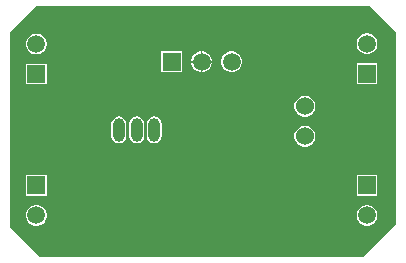
<source format=gbl>
G04*
G04 #@! TF.GenerationSoftware,Altium Limited,Altium Designer,21.0.9 (235)*
G04*
G04 Layer_Physical_Order=2*
G04 Layer_Color=16711680*
%FSLAX25Y25*%
%MOIN*%
G70*
G04*
G04 #@! TF.SameCoordinates,9C6B2F4F-DD67-4C68-84DA-E08A5B7113C0*
G04*
G04*
G04 #@! TF.FilePolarity,Positive*
G04*
G01*
G75*
%ADD22O,0.03937X0.07874*%
%ADD23O,0.03937X0.07874*%
%ADD24R,0.05906X0.05906*%
%ADD25C,0.05906*%
%ADD26R,0.05906X0.05906*%
%ADD27C,0.06000*%
%ADD28C,0.05000*%
G36*
X225394Y495079D02*
X234252Y486221D01*
X234252Y422244D01*
X223425Y411417D01*
X115157Y411417D01*
X105315Y421260D01*
X105315Y486221D01*
X114173Y495079D01*
X225394Y495079D01*
D02*
G37*
%LPC*%
G36*
X224864Y485894D02*
X223955D01*
X223077Y485658D01*
X222289Y485204D01*
X221647Y484561D01*
X221192Y483774D01*
X220957Y482896D01*
Y481986D01*
X221192Y481108D01*
X221647Y480321D01*
X222289Y479678D01*
X223077Y479223D01*
X223955Y478988D01*
X224864D01*
X225742Y479223D01*
X226530Y479678D01*
X227172Y480321D01*
X227627Y481108D01*
X227862Y481986D01*
Y482896D01*
X227627Y483774D01*
X227172Y484561D01*
X226530Y485204D01*
X225742Y485658D01*
X224864Y485894D01*
D02*
G37*
G36*
X114628Y485736D02*
X113719D01*
X112840Y485501D01*
X112053Y485046D01*
X111410Y484404D01*
X110956Y483616D01*
X110721Y482738D01*
Y481829D01*
X110956Y480951D01*
X111410Y480163D01*
X112053Y479521D01*
X112840Y479066D01*
X113719Y478831D01*
X114628D01*
X115506Y479066D01*
X116293Y479521D01*
X116936Y480163D01*
X117391Y480951D01*
X117626Y481829D01*
Y482738D01*
X117391Y483616D01*
X116936Y484404D01*
X116293Y485046D01*
X115506Y485501D01*
X114628Y485736D01*
D02*
G37*
G36*
X169746Y479831D02*
X169541D01*
Y476628D01*
X172744D01*
Y476832D01*
X172509Y477711D01*
X172054Y478498D01*
X171411Y479141D01*
X170624Y479595D01*
X169746Y479831D01*
D02*
G37*
G36*
X169041D02*
X168837D01*
X167959Y479595D01*
X167171Y479141D01*
X166528Y478498D01*
X166074Y477711D01*
X165839Y476832D01*
Y476628D01*
X169041D01*
Y479831D01*
D02*
G37*
G36*
X179746D02*
X178837D01*
X177959Y479595D01*
X177171Y479141D01*
X176529Y478498D01*
X176074Y477711D01*
X175839Y476832D01*
Y475923D01*
X176074Y475045D01*
X176529Y474258D01*
X177171Y473615D01*
X177959Y473161D01*
X178837Y472925D01*
X179746D01*
X180624Y473161D01*
X181411Y473615D01*
X182054Y474258D01*
X182509Y475045D01*
X182744Y475923D01*
Y476832D01*
X182509Y477711D01*
X182054Y478498D01*
X181411Y479141D01*
X180624Y479595D01*
X179746Y479831D01*
D02*
G37*
G36*
X172744Y476128D02*
X169541D01*
Y472925D01*
X169746D01*
X170624Y473161D01*
X171411Y473615D01*
X172054Y474258D01*
X172509Y475045D01*
X172744Y475923D01*
Y476128D01*
D02*
G37*
G36*
X169041D02*
X165839D01*
Y475923D01*
X166074Y475045D01*
X166528Y474258D01*
X167171Y473615D01*
X167959Y473161D01*
X168837Y472925D01*
X169041D01*
Y476128D01*
D02*
G37*
G36*
X162744Y479831D02*
X155839D01*
Y472925D01*
X162744D01*
Y479831D01*
D02*
G37*
G36*
X227862Y475894D02*
X220957D01*
Y468988D01*
X227862D01*
Y475894D01*
D02*
G37*
G36*
X117626Y475736D02*
X110721D01*
Y468831D01*
X117626D01*
Y475736D01*
D02*
G37*
G36*
X204201Y465114D02*
X203279D01*
X202389Y464876D01*
X201591Y464415D01*
X200939Y463763D01*
X200479Y462965D01*
X200240Y462075D01*
Y461153D01*
X200479Y460263D01*
X200939Y459465D01*
X201591Y458813D01*
X202389Y458353D01*
X203279Y458114D01*
X204201D01*
X205091Y458353D01*
X205889Y458813D01*
X206541Y459465D01*
X207002Y460263D01*
X207240Y461153D01*
Y462075D01*
X207002Y462965D01*
X206541Y463763D01*
X205889Y464415D01*
X205091Y464876D01*
X204201Y465114D01*
D02*
G37*
G36*
X147638Y458225D02*
X146675Y458034D01*
X145858Y457488D01*
X145312Y456672D01*
X145121Y455709D01*
Y451772D01*
X145312Y450808D01*
X145858Y449992D01*
X146675Y449446D01*
X147638Y449255D01*
X148601Y449446D01*
X149417Y449992D01*
X149963Y450808D01*
X150155Y451772D01*
Y455709D01*
X149963Y456672D01*
X149417Y457488D01*
X148601Y458034D01*
X147638Y458225D01*
D02*
G37*
G36*
X141732D02*
X140769Y458034D01*
X139953Y457488D01*
X139407Y456672D01*
X139215Y455709D01*
Y451772D01*
X139407Y450808D01*
X139953Y449992D01*
X140769Y449446D01*
X141732Y449255D01*
X142695Y449446D01*
X143512Y449992D01*
X144058Y450808D01*
X144249Y451772D01*
Y455709D01*
X144058Y456672D01*
X143512Y457488D01*
X142695Y458034D01*
X141732Y458225D01*
D02*
G37*
G36*
X153543Y458225D02*
X152580Y458034D01*
X151764Y457488D01*
X151218Y456672D01*
X151026Y455709D01*
Y451772D01*
X151218Y450808D01*
X151764Y449992D01*
X152580Y449446D01*
X153543Y449255D01*
X154507Y449446D01*
X155323Y449992D01*
X155869Y450808D01*
X156060Y451772D01*
Y455709D01*
X155869Y456672D01*
X155323Y457488D01*
X154507Y458034D01*
X153543Y458225D01*
D02*
G37*
G36*
X204201Y455075D02*
X203279D01*
X202389Y454836D01*
X201591Y454376D01*
X200939Y453724D01*
X200479Y452926D01*
X200240Y452036D01*
Y451114D01*
X200479Y450224D01*
X200939Y449426D01*
X201591Y448774D01*
X202389Y448313D01*
X203279Y448075D01*
X204201D01*
X205091Y448313D01*
X205889Y448774D01*
X206541Y449426D01*
X207002Y450224D01*
X207240Y451114D01*
Y452036D01*
X207002Y452926D01*
X206541Y453724D01*
X205889Y454376D01*
X205091Y454836D01*
X204201Y455075D01*
D02*
G37*
G36*
X227862Y438650D02*
X220957D01*
Y431744D01*
X227862D01*
Y438650D01*
D02*
G37*
G36*
X117626D02*
X110721D01*
Y431744D01*
X117626D01*
Y438650D01*
D02*
G37*
G36*
X224864Y428650D02*
X223955D01*
X223077Y428414D01*
X222289Y427960D01*
X221647Y427317D01*
X221192Y426530D01*
X220957Y425651D01*
Y424742D01*
X221192Y423864D01*
X221647Y423077D01*
X222289Y422434D01*
X223077Y421979D01*
X223955Y421744D01*
X224864D01*
X225742Y421979D01*
X226530Y422434D01*
X227172Y423077D01*
X227627Y423864D01*
X227862Y424742D01*
Y425651D01*
X227627Y426530D01*
X227172Y427317D01*
X226530Y427960D01*
X225742Y428414D01*
X224864Y428650D01*
D02*
G37*
G36*
X114628D02*
X113719D01*
X112840Y428414D01*
X112053Y427960D01*
X111410Y427317D01*
X110956Y426530D01*
X110721Y425651D01*
Y424742D01*
X110956Y423864D01*
X111410Y423077D01*
X112053Y422434D01*
X112840Y421979D01*
X113719Y421744D01*
X114628D01*
X115506Y421979D01*
X116293Y422434D01*
X116936Y423077D01*
X117391Y423864D01*
X117626Y424742D01*
Y425651D01*
X117391Y426530D01*
X116936Y427317D01*
X116293Y427960D01*
X115506Y428414D01*
X114628Y428650D01*
D02*
G37*
%LPD*%
D22*
X153543Y453740D02*
D03*
D23*
X147638D02*
D03*
X141732D02*
D03*
D24*
X224410Y435197D02*
D03*
X114173D02*
D03*
X224410Y472441D02*
D03*
X114173Y472284D02*
D03*
D25*
X224410Y425197D02*
D03*
X114173D02*
D03*
X169291Y476378D02*
D03*
X179291D02*
D03*
X224410Y482441D02*
D03*
X114173Y482283D02*
D03*
D26*
X159291Y476378D02*
D03*
D27*
X203740Y451575D02*
D03*
Y461614D02*
D03*
D28*
X128937Y442913D02*
D03*
X193898D02*
D03*
X127953Y417323D02*
D03*
X145669D02*
D03*
X161417D02*
D03*
X178150D02*
D03*
X194882D02*
D03*
X212598D02*
D03*
Y442913D02*
D03*
Y476378D02*
D03*
X193898D02*
D03*
X128937D02*
D03*
X166339Y442913D02*
D03*
M02*

</source>
